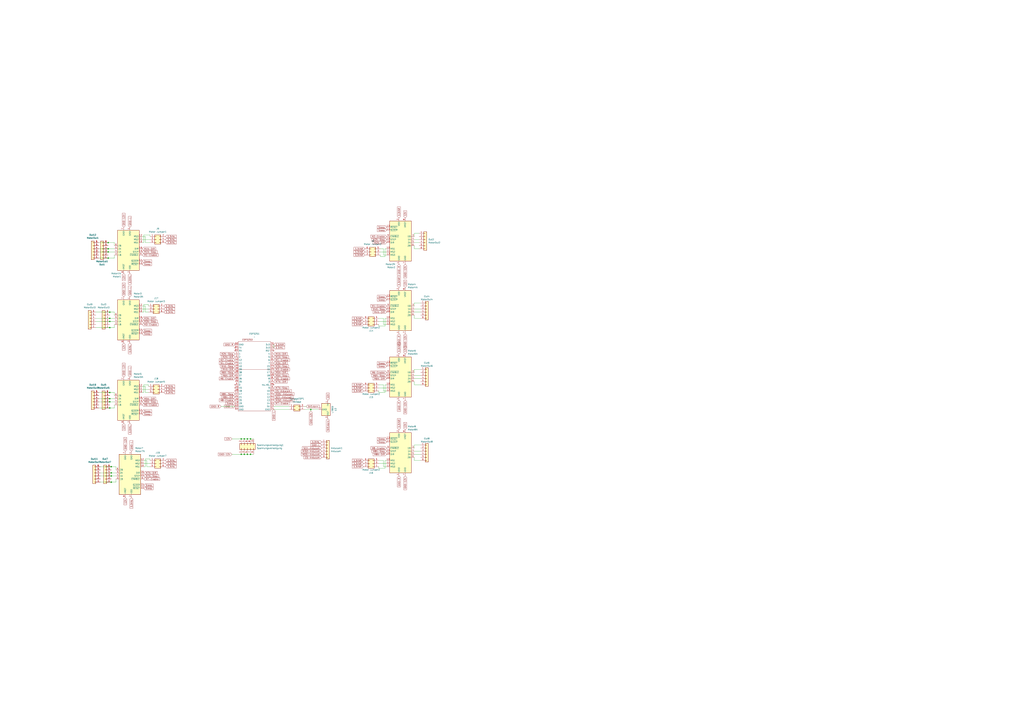
<source format=kicad_sch>
(kicad_sch (version 20231120) (generator "eeschema") (generator_version "8.0")
  (paper "A1")
  (lib_symbols
    (symbol "Connector_Generic:Conn_01x06" (pin_names (offset 1.016) hide)
      (property "Reference" "J" (at 0 7.62 0))
      (property "Value" "Conn_01x06" (at 0 -10.16 0))
      (symbol "Conn_01x06_1_1"
        (rectangle (start -1.27 -7.493) (end 0 -7.747) (stroke (width 0.1524)))
        (rectangle (start -1.27 -4.953) (end 0 -5.207) (stroke (width 0.1524)))
        (rectangle (start -1.27 -2.413) (end 0 -2.667) (stroke (width 0.1524)))
        (rectangle (start -1.27 0.127) (end 0 -0.127) (stroke (width 0.1524)))
        (rectangle (start -1.27 2.667) (end 0 2.413) (stroke (width 0.1524)))
        (rectangle (start -1.27 5.207) (end 0 4.953) (stroke (width 0.1524)))
        (rectangle (start -1.27 6.35) (end 1.27 -8.89) (stroke (width 0.254)) (fill (type background)))
        (pin passive line (at -5.08 5.08 0) (length 3.81) (name "Pin_1") (number "1"))
        (pin passive line (at -5.08 2.54 0) (length 3.81) (name "Pin_2") (number "2"))
        (pin passive line (at -5.08 0 0) (length 3.81) (name "Pin_3") (number "3"))
        (pin passive line (at -5.08 -2.54 0) (length 3.81) (name "Pin_4") (number "4"))
        (pin passive line (at -5.08 -5.08 0) (length 3.81) (name "Pin_5") (number "5"))
        (pin passive line (at -5.08 -7.62 0) (length 3.81) (name "Pin_6") (number "6"))
      )
    )
    (symbol "Connector_Generic:Conn_02x02_Top_Bottom" (pin_names (offset 1.016) hide)
      (property "Reference" "J" (at 1.27 2.54 0))
      (property "Value" "Conn_02x02_Top_Bottom" (at 1.27 -5.08 0))
      (symbol "Conn_02x02_Top_Bottom_1_1"
        (rectangle (start -1.27 -2.413) (end 0 -2.667) (stroke (width 0.1524)))
        (rectangle (start -1.27 0.127) (end 0 -0.127) (stroke (width 0.1524)))
        (rectangle (start -1.27 1.27) (end 3.81 -3.81) (stroke (width 0.254)) (fill (type background)))
        (rectangle (start 3.81 -2.413) (end 2.54 -2.667) (stroke (width 0.1524)))
        (rectangle (start 3.81 0.127) (end 2.54 -0.127) (stroke (width 0.1524)))
        (pin passive line (at -5.08 0 0) (length 3.81) (name "Pin_1") (number "1"))
        (pin passive line (at -5.08 -2.54 0) (length 3.81) (name "Pin_2") (number "2"))
        (pin passive line (at 7.62 0 180) (length 3.81) (name "Pin_3") (number "3"))
        (pin passive line (at 7.62 -2.54 180) (length 3.81) (name "Pin_4") (number "4"))
      )
    )
    (symbol "Connector_Generic:Conn_02x03_Odd_Even" (pin_names (offset 1.016) hide)
      (property "Reference" "J" (at 1.27 5.08 0))
      (property "Value" "Conn_02x03_Odd_Even" (at 1.27 -5.08 0))
      (symbol "Conn_02x03_Odd_Even_1_1"
        (rectangle (start -1.27 -2.413) (end 0 -2.667) (stroke (width 0.1524)))
        (rectangle (start -1.27 0.127) (end 0 -0.127) (stroke (width 0.1524)))
        (rectangle (start -1.27 2.667) (end 0 2.413) (stroke (width 0.1524)))
        (rectangle (start -1.27 3.81) (end 3.81 -3.81) (stroke (width 0.254)) (fill (type background)))
        (rectangle (start 3.81 -2.413) (end 2.54 -2.667) (stroke (width 0.1524)))
        (rectangle (start 3.81 0.127) (end 2.54 -0.127) (stroke (width 0.1524)))
        (rectangle (start 3.81 2.667) (end 2.54 2.413) (stroke (width 0.1524)))
        (pin passive line (at -5.08 2.54 0) (length 3.81) (name "Pin_1") (number "1"))
        (pin passive line (at 7.62 2.54 180) (length 3.81) (name "Pin_2") (number "2"))
        (pin passive line (at -5.08 0 0) (length 3.81) (name "Pin_3") (number "3"))
        (pin passive line (at 7.62 0 180) (length 3.81) (name "Pin_4") (number "4"))
        (pin passive line (at -5.08 -2.54 0) (length 3.81) (name "Pin_5") (number "5"))
        (pin passive line (at 7.62 -2.54 180) (length 3.81) (name "Pin_6") (number "6"))
      )
    )
    (symbol "Connector_Generic:Conn_02x05_Odd_Even" (pin_names (offset 1.016) hide)
      (property "Reference" "J" (at 1.27 7.62 0))
      (property "Value" "Conn_02x05_Odd_Even" (at 1.27 -7.62 0))
      (symbol "Conn_02x05_Odd_Even_1_1"
        (rectangle (start -1.27 -4.953) (end 0 -5.207) (stroke (width 0.1524)))
        (rectangle (start -1.27 -2.413) (end 0 -2.667) (stroke (width 0.1524)))
        (rectangle (start -1.27 0.127) (end 0 -0.127) (stroke (width 0.1524)))
        (rectangle (start -1.27 2.667) (end 0 2.413) (stroke (width 0.1524)))
        (rectangle (start -1.27 5.207) (end 0 4.953) (stroke (width 0.1524)))
        (rectangle (start -1.27 6.35) (end 3.81 -6.35) (stroke (width 0.254)) (fill (type background)))
        (rectangle (start 3.81 -4.953) (end 2.54 -5.207) (stroke (width 0.1524)))
        (rectangle (start 3.81 -2.413) (end 2.54 -2.667) (stroke (width 0.1524)))
        (rectangle (start 3.81 0.127) (end 2.54 -0.127) (stroke (width 0.1524)))
        (rectangle (start 3.81 2.667) (end 2.54 2.413) (stroke (width 0.1524)))
        (rectangle (start 3.81 5.207) (end 2.54 4.953) (stroke (width 0.1524)))
        (pin passive line (at -5.08 5.08 0) (length 3.81) (name "Pin_1") (number "1"))
        (pin passive line (at 7.62 -5.08 180) (length 3.81) (name "Pin_10") (number "10"))
        (pin passive line (at 7.62 5.08 180) (length 3.81) (name "Pin_2") (number "2"))
        (pin passive line (at -5.08 2.54 0) (length 3.81) (name "Pin_3") (number "3"))
        (pin passive line (at 7.62 2.54 180) (length 3.81) (name "Pin_4") (number "4"))
        (pin passive line (at -5.08 0 0) (length 3.81) (name "Pin_5") (number "5"))
        (pin passive line (at 7.62 0 180) (length 3.81) (name "Pin_6") (number "6"))
        (pin passive line (at -5.08 -2.54 0) (length 3.81) (name "Pin_7") (number "7"))
        (pin passive line (at 7.62 -2.54 180) (length 3.81) (name "Pin_8") (number "8"))
        (pin passive line (at -5.08 -5.08 0) (length 3.81) (name "Pin_9") (number "9"))
      )
    )
    (symbol "Driver_Motor:Pololu_Breakout_A4988"
      (property "Reference" "A" (at -2.54 19.05 0))
      (property "Value" "Pololu_Breakout_A4988" (at -2.54 16.51 0))
      (symbol "Pololu_Breakout_A4988_0_1"
        (rectangle (start 10.16 -17.78) (end -7.62 15.24) (stroke (width 0.254)) (fill (type background)))
      )
      (symbol "Pololu_Breakout_A4988_1_1"
        (pin power_in line (at 0 -20.32 90) (length 2.54) (name "GND") (number "1"))
        (pin input line (at -10.16 -7.62 0) (length 2.54) (name "MS1") (number "10"))
        (pin input line (at -10.16 -10.16 0) (length 2.54) (name "MS2") (number "11"))
        (pin input line (at -10.16 -12.7 0) (length 2.54) (name "MS3") (number "12"))
        (pin input line (at -10.16 10.16 0) (length 2.54) (name "~{RESET}") (number "13"))
        (pin input line (at -10.16 7.62 0) (length 2.54) (name "~{SLEEP}") (number "14"))
        (pin input line (at -10.16 0 0) (length 2.54) (name "STEP") (number "15"))
        (pin input line (at -10.16 -2.54 0) (length 2.54) (name "DIR") (number "16"))
        (pin power_in line (at 0 17.78 270) (length 2.54) (name "VDD") (number "2"))
        (pin output line (at 12.7 2.54 180) (length 2.54) (name "1B") (number "3"))
        (pin output line (at 12.7 0 180) (length 2.54) (name "1A") (number "4"))
        (pin output line (at 12.7 -2.54 180) (length 2.54) (name "2A") (number "5"))
        (pin output line (at 12.7 -5.08 180) (length 2.54) (name "2B") (number "6"))
        (pin power_in line (at 5.08 -20.32 90) (length 2.54) (name "GND") (number "7"))
        (pin power_in line (at 5.08 17.78 270) (length 2.54) (name "VMOT") (number "8"))
        (pin input line (at -10.16 2.54 0) (length 2.54) (name "~{ENABLE}") (number "9"))
      )
    )
    (symbol "Regulator_Linear:L7805" (pin_names (offset 0.254))
      (property "Reference" "U" (at -3.81 3.175 0))
      (property "Value" "L7805" (at 0 3.175 0))
      (symbol "L7805_0_1"
        (rectangle (start -5.08 1.905) (end 5.08 -5.08) (stroke (width 0.254)) (fill (type background)))
      )
      (symbol "L7805_1_1"
        (pin power_in line (at -7.62 0 0) (length 2.54) (name "IN") (number "1"))
        (pin power_in line (at 0 -7.62 90) (length 2.54) (name "GND") (number "2"))
        (pin power_out line (at 7.62 0 180) (length 2.54) (name "OUT") (number "3"))
      )
    )
    (symbol "Robert:ESP32s3DevKitc-1.1"
      (property "Reference" "ESP32S3" (at 0 0 0))
      (symbol "ESP32s3DevKitc-1.1_0_1"
        (rectangle (start -13.97 20.32) (end 12.7 -36.83))
        (polyline (pts (xy 12.7 -2.54) (xy -13.97 -2.54)))
      )
      (symbol "ESP32s3DevKitc-1.1_1_1"
        (text "ESP32S3\n" (at -6.35 21.844 0) (effects (font (size 1.27 1.27))))
        (pin no_connect line (at -16.51 -15.24 0) (length 2.54) (name "0") (number "0"))
        (pin output line (at -16.51 10.16 0) (length 2.54) (name "1") (number "1"))
        (pin output line (at 15.24 -20.32 180) (length 2.54) (name "10") (number "10"))
        (pin output line (at 15.24 -22.86 180) (length 2.54) (name "11") (number "11"))
        (pin output line (at 15.24 -25.4 180) (length 2.54) (name "12") (number "12"))
        (pin output line (at 15.24 -27.94 180) (length 2.54) (name "13") (number "13"))
        (pin output line (at 15.24 -30.48 180) (length 2.54) (name "14") (number "14"))
        (pin output line (at 15.24 0 180) (length 2.54) (name "15") (number "15"))
        (pin output line (at 15.24 -2.54 180) (length 2.54) (name "16") (number "16"))
        (pin output line (at 15.24 -5.08 180) (length 2.54) (name "17") (number "17"))
        (pin output line (at 15.24 -7.62 180) (length 2.54) (name "18") (number "18"))
        (pin output line (at -16.51 -30.48 0) (length 2.54) (name "19") (number "19"))
        (pin output line (at -16.51 7.62 0) (length 2.54) (name "2") (number "2"))
        (pin output line (at -16.51 -27.94 0) (length 2.54) (name "20") (number "20"))
        (pin output line (at -16.51 -25.4 0) (length 2.54) (name "21") (number "21"))
        (pin output line (at 15.24 -12.7 180) (length 2.54) (name "3") (number "3"))
        (pin output line (at -16.51 -12.7 0) (length 2.54) (name "35") (number "35"))
        (pin output line (at -16.51 -10.16 0) (length 2.54) (name "36") (number "36"))
        (pin output line (at -16.51 -7.62 0) (length 2.54) (name "37") (number "37"))
        (pin output line (at -16.51 -5.08 0) (length 2.54) (name "38") (number "38"))
        (pin output line (at -16.51 -2.54 0) (length 2.54) (name "39") (number "39"))
        (pin output line (at 15.24 10.16 180) (length 2.54) (name "4") (number "4"))
        (pin output line (at -16.51 0 0) (length 2.54) (name "40") (number "40"))
        (pin output line (at -16.51 2.54 0) (length 2.54) (name "41") (number "41"))
        (pin output line (at -16.51 5.08 0) (length 2.54) (name "42") (number "42"))
        (pin no_connect line (at -16.51 -17.78 0) (length 2.54) (name "45") (number "45"))
        (pin no_connect line (at 15.24 -15.24 180) (length 2.54) (name "no_46_") (number "46"))
        (pin output line (at -16.51 -22.86 0) (length 2.54) (name "47") (number "47"))
        (pin no_connect line (at -16.51 -20.32 0) (length 2.54) (name "48") (number "48"))
        (pin output line (at 15.24 7.62 180) (length 2.54) (name "5") (number "5"))
        (pin output line (at 15.24 5.08 180) (length 2.54) (name "6") (number "6"))
        (pin output line (at -16.51 17.78 0) (length 2.54) (name "GND") (number "60"))
        (pin no_connect line (at -16.51 15.24 0) (length 2.54) (name "TX") (number "61"))
        (pin no_connect line (at -16.51 12.7 0) (length 2.54) (name "RX") (number "62"))
        (pin output line (at -16.51 -33.02 0) (length 2.54) (name "GND") (number "63"))
        (pin output line (at -16.51 -35.56 0) (length 2.54) (name "GND") (number "64"))
        (pin output line (at 15.24 2.54 180) (length 2.54) (name "7") (number "7"))
        (pin output line (at 15.24 17.78 180) (length 2.54) (name "3v3") (number "70"))
        (pin output line (at 15.24 15.24 180) (length 2.54) (name "3v3") (number "71"))
        (pin no_connect line (at 15.24 12.7 180) (length 2.54) (name "RST") (number "72"))
        (pin power_in line (at 15.24 -33.02 180) (length 2.54) (name "5V") (number "73"))
        (pin output line (at 15.24 -35.56 180) (length 2.54) (name "GND") (number "74"))
        (pin output line (at 15.24 -10.16 180) (length 2.54) (name "8") (number "8"))
        (pin output line (at 15.24 -17.78 180) (length 2.54) (name "9") (number "9"))
      )
    )
  )
  (junction (at 90.17 335.28))
  (junction (at 90.17 264.16))
  (junction (at 90.17 269.24))
  (junction (at 90.17 322.58))
  (junction (at 255.27 336.55))
  (junction (at 198.12 360.68))
  (junction (at 198.12 373.38))
  (junction (at 90.17 327.66))
  (junction (at 91.44 383.54))
  (junction (at 88.9 212.09))
  (junction (at 205.74 373.38))
  (junction (at 200.66 373.38))
  (junction (at 205.74 360.68))
  (junction (at 90.17 330.2))
  (junction (at 91.44 396.24))
  (junction (at 200.66 360.68))
  (junction (at 203.2 360.68))
  (junction (at 90.17 261.62))
  (junction (at 203.2 373.38))
  (junction (at 88.9 207.01))
  (junction (at 91.44 391.16))
  (junction (at 90.17 256.54))
  (junction (at 88.9 204.47))
  (junction (at 91.44 388.62))
  (junction (at 88.9 199.39))
  (wire (pts (xy 119.38 256.54) (xy 121.92 256.54)))
  (wire (pts (xy 203.2 360.68) (xy 205.74 360.68)))
  (wire (pts (xy 120.65 383.54) (xy 123.19 383.54)))
  (wire (pts (xy 116.84 256.54) (xy 118.11 256.54)))
  (wire (pts (xy 200.66 373.38) (xy 203.2 373.38)))
  (wire (pts (xy 317.5 266.7) (xy 314.96 266.7)))
  (wire (pts (xy 118.11 383.54) (xy 119.38 383.54)))
  (wire (pts (xy 190.5 373.38) (xy 198.12 373.38)))
  (wire (pts (xy 93.98 325.12) (xy 93.98 322.58)))
  (wire (pts (xy 93.98 266.7) (xy 93.98 269.24)))
  (wire (pts (xy 344.17 191.77) (xy 340.36 191.77)))
  (wire (pts (xy 340.36 194.31) (xy 340.36 191.77)))
  (wire (pts (xy 81.28 212.09) (xy 88.9 212.09)))
  (wire (pts (xy 340.36 378.46) (xy 345.44 378.46)))
  (wire (pts (xy 344.17 196.85) (xy 340.36 196.85)))
  (wire (pts (xy 95.25 386.08) (xy 95.25 383.54)))
  (wire (pts (xy 121.92 250.19) (xy 121.92 251.46)))
  (wire (pts (xy 90.17 335.28) (xy 93.98 335.28)))
  (wire (pts (xy 198.12 373.38) (xy 200.66 373.38)))
  (wire (pts (xy 118.11 193.04) (xy 123.19 193.04)))
  (wire (pts (xy 340.36 201.93) (xy 340.36 204.47)))
  (wire (pts (xy 91.44 388.62) (xy 95.25 388.62)))
  (wire (pts (xy 90.17 256.54) (xy 93.98 256.54)))
  (wire (pts (xy 340.36 365.76) (xy 345.44 365.76)))
  (wire (pts (xy 340.36 375.92) (xy 340.36 378.46)))
  (wire (pts (xy 78.74 261.62) (xy 90.17 261.62)))
  (wire (pts (xy 93.98 212.09) (xy 88.9 212.09)))
  (wire (pts (xy 205.74 373.38) (xy 208.28 373.38)))
  (wire (pts (xy 90.17 322.58) (xy 93.98 322.58)))
  (wire (pts (xy 344.17 199.39) (xy 340.36 199.39)))
  (wire (pts (xy 316.23 316.23) (xy 316.23 322.58)))
  (wire (pts (xy 317.5 383.54) (xy 314.96 383.54)))
  (wire (pts (xy 118.11 381) (xy 123.19 381)))
  (wire (pts (xy 82.55 383.54) (xy 91.44 383.54)))
  (wire (pts (xy 121.92 316.23) (xy 121.92 317.5)))
  (wire (pts (xy 340.36 308.61) (xy 345.44 308.61)))
  (wire (pts (xy 90.17 327.66) (xy 93.98 327.66)))
  (wire (pts (xy 311.15 318.77) (xy 317.5 318.77)))
  (wire (pts (xy 314.96 261.62) (xy 311.15 261.62)))
  (wire (pts (xy 119.38 199.39) (xy 123.19 199.39)))
  (wire (pts (xy 116.84 254) (xy 121.92 254)))
  (wire (pts (xy 93.98 259.08) (xy 93.98 256.54)))
  (wire (pts (xy 314.96 316.23) (xy 311.15 316.23)))
  (wire (pts (xy 123.19 194.31) (xy 123.19 193.04)))
  (wire (pts (xy 81.28 199.39) (xy 88.9 199.39)))
  (wire (pts (xy 316.23 204.47) (xy 316.23 210.82)))
  (wire (pts (xy 95.25 393.7) (xy 95.25 396.24)))
  (wire (pts (xy 91.44 383.54) (xy 95.25 383.54)))
  (wire (pts (xy 203.2 373.38) (xy 205.74 373.38)))
  (wire (pts (xy 78.74 256.54) (xy 90.17 256.54)))
  (wire (pts (xy 340.36 370.84) (xy 345.44 370.84)))
  (wire (pts (xy 93.98 201.93) (xy 93.98 199.39)))
  (wire (pts (xy 91.44 396.24) (xy 95.25 396.24)))
  (wire (pts (xy 340.36 248.92) (xy 345.44 248.92)))
  (wire (pts (xy 81.28 327.66) (xy 90.17 327.66)))
  (wire (pts (xy 340.36 368.3) (xy 340.36 365.76)))
  (wire (pts (xy 116.84 322.58) (xy 118.11 322.58)))
  (wire (pts (xy 81.28 204.47) (xy 88.9 204.47)))
  (wire (pts (xy 317.5 378.46) (xy 316.23 378.46)))
  (wire (pts (xy 316.23 261.62) (xy 316.23 267.97)))
  (wire (pts (xy 314.96 209.55) (xy 314.96 204.47)))
  (wire (pts (xy 340.36 261.62) (xy 345.44 261.62)))
  (wire (pts (xy 314.96 204.47) (xy 312.42 204.47)))
  (wire (pts (xy 93.98 199.39) (xy 88.9 199.39)))
  (wire (pts (xy 118.11 256.54) (xy 118.11 250.19)))
  (wire (pts (xy 317.5 321.31) (xy 314.96 321.31)))
  (wire (pts (xy 224.79 334.01) (xy 237.49 334.01)))
  (wire (pts (xy 93.98 204.47) (xy 88.9 204.47)))
  (wire (pts (xy 82.55 388.62) (xy 91.44 388.62)))
  (wire (pts (xy 116.84 317.5) (xy 119.38 317.5)))
  (wire (pts (xy 340.36 254) (xy 345.44 254)))
  (wire (pts (xy 316.23 322.58) (xy 311.15 322.58)))
  (wire (pts (xy 317.5 316.23) (xy 316.23 316.23)))
  (wire (pts (xy 224.79 336.55) (xy 237.49 336.55)))
  (wire (pts (xy 81.28 322.58) (xy 90.17 322.58)))
  (wire (pts (xy 314.96 378.46) (xy 311.15 378.46)))
  (wire (pts (xy 181.61 334.01) (xy 193.04 334.01)))
  (wire (pts (xy 118.11 250.19) (xy 121.92 250.19)))
  (wire (pts (xy 90.17 264.16) (xy 93.98 264.16)))
  (wire (pts (xy 311.15 381) (xy 317.5 381)))
  (wire (pts (xy 340.36 373.38) (xy 345.44 373.38)))
  (wire (pts (xy 116.84 251.46) (xy 119.38 251.46)))
  (wire (pts (xy 91.44 391.16) (xy 95.25 391.16)))
  (wire (pts (xy 205.74 360.68) (xy 208.28 360.68)))
  (wire (pts (xy 116.84 199.39) (xy 118.11 199.39)))
  (wire (pts (xy 93.98 207.01) (xy 88.9 207.01)))
  (wire (pts (xy 340.36 256.54) (xy 345.44 256.54)))
  (wire (pts (xy 119.38 194.31) (xy 119.38 199.39)))
  (wire (pts (xy 198.12 360.68) (xy 200.66 360.68)))
  (wire (pts (xy 340.36 316.23) (xy 345.44 316.23)))
  (wire (pts (xy 119.38 377.19) (xy 123.19 377.19)))
  (wire (pts (xy 78.74 269.24) (xy 90.17 269.24)))
  (wire (pts (xy 123.19 196.85) (xy 116.84 196.85)))
  (wire (pts (xy 317.5 209.55) (xy 314.96 209.55)))
  (wire (pts (xy 118.11 378.46) (xy 120.65 378.46)))
  (wire (pts (xy 340.36 259.08) (xy 340.36 261.62)))
  (wire (pts (xy 93.98 332.74) (xy 93.98 335.28)))
  (wire (pts (xy 118.11 322.58) (xy 118.11 316.23)))
  (wire (pts (xy 344.17 204.47) (xy 340.36 204.47)))
  (wire (pts (xy 90.17 261.62) (xy 93.98 261.62)))
  (wire (pts (xy 118.11 199.39) (xy 118.11 193.04)))
  (wire (pts (xy 82.55 391.16) (xy 91.44 391.16)))
  (wire (pts (xy 311.15 266.7) (xy 311.15 267.97)))
  (wire (pts (xy 90.17 330.2) (xy 93.98 330.2)))
  (wire (pts (xy 316.23 210.82) (xy 312.42 210.82)))
  (wire (pts (xy 119.38 383.54) (xy 119.38 377.19)))
  (wire (pts (xy 81.28 207.01) (xy 88.9 207.01)))
  (wire (pts (xy 255.27 336.55) (xy 255.27 337.82)))
  (wire (pts (xy 116.84 320.04) (xy 121.92 320.04)))
  (wire (pts (xy 118.11 316.23) (xy 121.92 316.23)))
  (wire (pts (xy 340.36 303.53) (xy 345.44 303.53)))
  (wire (pts (xy 81.28 335.28) (xy 90.17 335.28)))
  (wire (pts (xy 116.84 194.31) (xy 119.38 194.31)))
  (wire (pts (xy 200.66 360.68) (xy 203.2 360.68)))
  (wire (pts (xy 340.36 311.15) (xy 345.44 311.15)))
  (wire (pts (xy 317.5 204.47) (xy 316.23 204.47)))
  (wire (pts (xy 311.15 264.16) (xy 317.5 264.16)))
  (wire (pts (xy 340.36 306.07) (xy 340.36 303.53)))
  (wire (pts (xy 90.17 269.24) (xy 93.98 269.24)))
  (wire (pts (xy 317.5 261.62) (xy 316.23 261.62)))
  (wire (pts (xy 119.38 251.46) (xy 119.38 256.54)))
  (wire (pts (xy 312.42 210.82) (xy 312.42 209.55)))
  (wire (pts (xy 190.5 360.68) (xy 198.12 360.68)))
  (wire (pts (xy 316.23 378.46) (xy 316.23 384.81)))
  (wire (pts (xy 311.15 383.54) (xy 311.15 384.81)))
  (wire (pts (xy 311.15 321.31) (xy 311.15 322.58)))
  (wire (pts (xy 340.36 313.69) (xy 340.36 316.23)))
  (wire (pts (xy 317.5 207.01) (xy 312.42 207.01)))
  (wire (pts (xy 255.27 336.55) (xy 261.62 336.55)))
  (wire (pts (xy 81.28 330.2) (xy 90.17 330.2)))
  (wire (pts (xy 120.65 378.46) (xy 120.65 383.54)))
  (wire (pts (xy 123.19 377.19) (xy 123.19 378.46)))
  (wire (pts (xy 340.36 251.46) (xy 340.36 248.92)))
  (wire (pts (xy 78.74 264.16) (xy 90.17 264.16)))
  (wire (pts (xy 119.38 317.5) (xy 119.38 322.58)))
  (wire (pts (xy 316.23 384.81) (xy 311.15 384.81)))
  (wire (pts (xy 119.38 322.58) (xy 121.92 322.58)))
  (wire (pts (xy 316.23 267.97) (xy 311.15 267.97)))
  (wire (pts (xy 82.55 396.24) (xy 91.44 396.24)))
  (wire (pts (xy 224.79 283.21) (xy 224.79 285.75)))
  (wire (pts (xy 93.98 209.55) (xy 93.98 212.09)))
  (wire (pts (xy 314.96 383.54) (xy 314.96 378.46)))
  (wire (pts (xy 251.46 334.01) (xy 250.19 334.01)))
  (wire (pts (xy 250.19 336.55) (xy 255.27 336.55)))
  (wire (pts (xy 314.96 321.31) (xy 314.96 316.23)))
  (wire (pts (xy 314.96 266.7) (xy 314.96 261.62)))
  (global_label "M2-Enable" (shape input) (at 193.04 295.91 180) (property "Intersheetrefs" "${INTERSHEET_REFS}" (effects (hide yes))))
  (global_label "3,3VNR" (shape input) (at 298.45 378.46 180) (property "Intersheetrefs" "${INTERSHEET_REFS}" (effects (hide yes))))
  (global_label "M3N-DIR" (shape input) (at 224.79 298.45 0) (property "Intersheetrefs" "${INTERSHEET_REFS}" (effects (hide yes))))
  (global_label "MOSI-Arducam" (shape input) (at 264.16 373.38 180) (property "Intersheetrefs" "${INTERSHEET_REFS}" (effects (hide yes))))
  (global_label "M4N-DIR" (shape input) (at 317.5 256.54 180) (property "Intersheetrefs" "${INTERSHEET_REFS}" (effects (hide yes))))
  (global_label "Sleep" (shape input) (at 317.5 189.23 180) (property "Intersheetrefs" "${INTERSHEET_REFS}" (effects (hide yes))))
  (global_label "Sleep" (shape input) (at 317.5 246.38 180) (property "Intersheetrefs" "${INTERSHEET_REFS}" (effects (hide yes))))
  (global_label "GND-12V" (shape input) (at 332.74 328.93 270) (property "Intersheetrefs" "${INTERSHEET_REFS}" (effects (hide yes))))
  (global_label "GND-L" (shape input) (at 224.79 336.55 270) (property "Intersheetrefs" "${INTERSHEET_REFS}" (effects (hide yes))))
  (global_label "M5N-DIR" (shape input) (at 224.79 306.07 0) (property "Intersheetrefs" "${INTERSHEET_REFS}" (effects (hide yes))))
  (global_label "MOSI-Arducam" (shape input) (at 224.79 323.85 0) (property "Intersheetrefs" "${INTERSHEET_REFS}" (effects (hide yes))))
  (global_label "M1-Enable" (shape input) (at 224.79 295.91 0) (property "Intersheetrefs" "${INTERSHEET_REFS}" (effects (hide yes))))
  (global_label "3,3VNR" (shape input) (at 298.45 383.54 180) (property "Intersheetrefs" "${INTERSHEET_REFS}" (effects (hide yes))))
  (global_label "3,3VNL" (shape input) (at 135.89 383.54 0) (property "Intersheetrefs" "${INTERSHEET_REFS}" (effects (hide yes))))
  (global_label "M5N-DIR" (shape input) (at 116.84 327.66 0) (property "Intersheetrefs" "${INTERSHEET_REFS}" (effects (hide yes))))
  (global_label "GND-R" (shape input) (at 327.66 328.93 270) (property "Intersheetrefs" "${INTERSHEET_REFS}" (effects (hide yes))))
  (global_label "3,3VNR" (shape input) (at 327.66 179.07 90) (property "Intersheetrefs" "${INTERSHEET_REFS}" (effects (hide yes))))
  (global_label "3,3VNL" (shape input) (at 264.16 363.22 180) (property "Intersheetrefs" "${INTERSHEET_REFS}" (effects (hide yes))))
  (global_label "12V" (shape input) (at 102.87 408.94 270) (property "Intersheetrefs" "${INTERSHEET_REFS}" (effects (hide yes))))
  (global_label "GND-L" (shape input) (at 107.95 370.84 90) (property "Intersheetrefs" "${INTERSHEET_REFS}" (effects (hide yes))))
  (global_label "M8N-Step" (shape input) (at 317.5 370.84 180) (property "Intersheetrefs" "${INTERSHEET_REFS}" (effects (hide yes))))
  (global_label "12V" (shape input) (at 101.6 347.98 270) (property "Intersheetrefs" "${INTERSHEET_REFS}" (effects (hide yes))))
  (global_label "M6N-Step" (shape input) (at 193.04 306.07 180) (property "Intersheetrefs" "${INTERSHEET_REFS}" (effects (hide yes))))
  (global_label "SCK-Arducam" (shape input) (at 224.79 326.39 0) (property "Intersheetrefs" "${INTERSHEET_REFS}" (effects (hide yes))))
  (global_label "CS-Arducam" (shape input) (at 224.79 321.31 0) (property "Intersheetrefs" "${INTERSHEET_REFS}" (effects (hide yes))))
  (global_label "M6N-Step" (shape input) (at 317.5 308.61 180) (property "Intersheetrefs" "${INTERSHEET_REFS}" (effects (hide yes))))
  (global_label "M3-Enable" (shape input) (at 224.79 303.53 0) (property "Intersheetrefs" "${INTERSHEET_REFS}" (effects (hide yes))))
  (global_label "M7N-Step" (shape input) (at 118.11 391.16 0) (property "Intersheetrefs" "${INTERSHEET_REFS}" (effects (hide yes))))
  (global_label "M7N-DIR" (shape input) (at 118.11 388.62 0) (property "Intersheetrefs" "${INTERSHEET_REFS}" (effects (hide yes))))
  (global_label "GND-12V" (shape input) (at 332.74 274.32 270) (property "Intersheetrefs" "${INTERSHEET_REFS}" (effects (hide yes))))
  (global_label "12V" (shape input) (at 101.6 281.94 270) (property "Intersheetrefs" "${INTERSHEET_REFS}" (effects (hide yes))))
  (global_label "GND-R" (shape input) (at 327.66 274.32 270) (property "Intersheetrefs" "${INTERSHEET_REFS}" (effects (hide yes))))
  (global_label "M6N-DIR" (shape input) (at 193.04 308.61 180) (property "Intersheetrefs" "${INTERSHEET_REFS}" (effects (hide yes))))
  (global_label "Sleep" (shape input) (at 317.5 298.45 180) (property "Intersheetrefs" "${INTERSHEET_REFS}" (effects (hide yes))))
  (global_label "M3-Enable" (shape input) (at 116.84 266.7 0) (property "Intersheetrefs" "${INTERSHEET_REFS}" (effects (hide yes))))
  (global_label "GND-R" (shape input) (at 327.66 391.16 270) (property "Intersheetrefs" "${INTERSHEET_REFS}" (effects (hide yes))))
  (global_label "Sleep" (shape input) (at 317.5 186.69 180) (property "Intersheetrefs" "${INTERSHEET_REFS}" (effects (hide yes))))
  (global_label "M1N-Step" (shape input) (at 224.79 293.37 0) (property "Intersheetrefs" "${INTERSHEET_REFS}" (effects (hide yes))))
  (global_label "M3N-Step" (shape input) (at 224.79 300.99 0) (property "Intersheetrefs" "${INTERSHEET_REFS}" (effects (hide yes))))
  (global_label "12V" (shape input) (at 332.74 236.22 90) (property "Intersheetrefs" "${INTERSHEET_REFS}" (effects (hide yes))))
  (global_label "M7N-Step" (shape input) (at 224.79 318.77 0) (property "Intersheetrefs" "${INTERSHEET_REFS}" (effects (hide yes))))
  (global_label "M4-Enable" (shape input) (at 193.04 298.45 180) (property "Intersheetrefs" "${INTERSHEET_REFS}" (effects (hide yes))))
  (global_label "M1N-DIR" (shape input) (at 116.84 204.47 0) (property "Intersheetrefs" "${INTERSHEET_REFS}" (effects (hide yes))))
  (global_label "M2N-DIR" (shape input) (at 193.04 293.37 180) (property "Intersheetrefs" "${INTERSHEET_REFS}" (effects (hide yes))))
  (global_label "GND-12V" (shape input) (at 101.6 243.84 90) (property "Intersheetrefs" "${INTERSHEET_REFS}" (effects (hide yes))))
  (global_label "M8N-Step" (shape input) (at 193.04 323.85 180) (property "Intersheetrefs" "${INTERSHEET_REFS}" (effects (hide yes))))
  (global_label "3,3VNR" (shape input) (at 299.72 204.47 180) (property "Intersheetrefs" "${INTERSHEET_REFS}" (effects (hide yes))))
  (global_label "Sleep" (shape input) (at 317.5 243.84 180) (property "Intersheetrefs" "${INTERSHEET_REFS}" (effects (hide yes))))
  (global_label "3,3VNR" (shape input) (at 299.72 209.55 180) (property "Intersheetrefs" "${INTERSHEET_REFS}" (effects (hide yes))))
  (global_label "3,3VNL" (shape input) (at 106.68 281.94 270) (property "Intersheetrefs" "${INTERSHEET_REFS}" (effects (hide yes))))
  (global_label "Sleep" (shape input) (at 116.84 271.78 0) (property "Intersheetrefs" "${INTERSHEET_REFS}" (effects (hide yes))))
  (global_label "3,3VNL" (shape input) (at 134.62 322.58 0) (property "Intersheetrefs" "${INTERSHEET_REFS}" (effects (hide yes))))
  (global_label "GND-12V" (shape input) (at 255.27 337.82 270) (property "Intersheetrefs" "${INTERSHEET_REFS}" (effects (hide yes))))
  (global_label "3,3VNL" (shape input) (at 135.89 194.31 0) (property "Intersheetrefs" "${INTERSHEET_REFS}" (effects (hide yes))))
  (global_label "M4N-Step" (shape input) (at 193.04 300.99 180) (property "Intersheetrefs" "${INTERSHEET_REFS}" (effects (hide yes))))
  (global_label "12V" (shape input) (at 332.74 179.07 90) (property "Intersheetrefs" "${INTERSHEET_REFS}" (effects (hide yes))))
  (global_label "MISO-Arducam" (shape input) (at 264.16 370.84 180) (property "Intersheetrefs" "${INTERSHEET_REFS}" (effects (hide yes))))
  (global_label "M1N-DIR" (shape input) (at 224.79 290.83 0) (property "Intersheetrefs" "${INTERSHEET_REFS}" (effects (hide yes))))
  (global_label "M2N-Step" (shape input) (at 317.5 196.85 180) (property "Intersheetrefs" "${INTERSHEET_REFS}" (effects (hide yes))))
  (global_label "GND-L" (shape input) (at 106.68 309.88 90) (property "Intersheetrefs" "${INTERSHEET_REFS}" (effects (hide yes))))
  (global_label "Sleep" (shape input) (at 317.5 363.22 180) (property "Intersheetrefs" "${INTERSHEET_REFS}" (effects (hide yes))))
  (global_label "M4N-DIR" (shape input) (at 193.04 303.53 180) (property "Intersheetrefs" "${INTERSHEET_REFS}" (effects (hide yes))))
  (global_label "GND-12V" (shape input) (at 190.5 373.38 180) (property "Intersheetrefs" "${INTERSHEET_REFS}" (effects (hide yes))))
  (global_label "3,3VNR" (shape input) (at 298.45 266.7 180) (property "Intersheetrefs" "${INTERSHEET_REFS}" (effects (hide yes))))
  (global_label "M1-Enable" (shape input) (at 116.84 209.55 0) (property "Intersheetrefs" "${INTERSHEET_REFS}" (effects (hide yes))))
  (global_label "12V" (shape input) (at 332.74 353.06 90) (property "Intersheetrefs" "${INTERSHEET_REFS}" (effects (hide yes))))
  (global_label "GND-L" (shape input) (at 193.04 334.01 180) (property "Intersheetrefs" "${INTERSHEET_REFS}" (effects (hide yes))))
  (global_label "3,3VNR" (shape input) (at 298.45 318.77 180) (property "Intersheetrefs" "${INTERSHEET_REFS}" (effects (hide yes))))
  (global_label "Sleep" (shape input) (at 193.04 331.47 180) (property "Intersheetrefs" "${INTERSHEET_REFS}" (effects (hide yes))))
  (global_label "GND-L" (shape input) (at 106.68 186.69 90) (property "Intersheetrefs" "${INTERSHEET_REFS}" (effects (hide yes))))
  (global_label "M5-Enable" (shape input) (at 116.84 332.74 0) (property "Intersheetrefs" "${INTERSHEET_REFS}" (effects (hide yes))))
  (global_label "M8-Enable" (shape input) (at 317.5 368.3 180) (property "Intersheetrefs" "${INTERSHEET_REFS}" (effects (hide yes))))
  (global_label "Sleep" (shape input) (at 118.11 398.78 0) (property "Intersheetrefs" "${INTERSHEET_REFS}" (effects (hide yes))))
  (global_label "3,3VNL" (shape input) (at 135.89 199.39 0) (property "Intersheetrefs" "${INTERSHEET_REFS}" (effects (hide yes))))
  (global_label "3,3VNL" (shape input) (at 135.89 381 0) (property "Intersheetrefs" "${INTERSHEET_REFS}" (effects (hide yes))))
  (global_label "Sleep" (shape input) (at 116.84 214.63 0) (property "Intersheetrefs" "${INTERSHEET_REFS}" (effects (hide yes))))
  (global_label "M2-Enable" (shape input) (at 317.5 194.31 180) (property "Intersheetrefs" "${INTERSHEET_REFS}" (effects (hide yes))))
  (global_label "GND-12V" (shape input) (at 332.74 217.17 270) (property "Intersheetrefs" "${INTERSHEET_REFS}" (effects (hide yes))))
  (global_label "M8N-DIR" (shape input) (at 317.5 373.38 180) (property "Intersheetrefs" "${INTERSHEET_REFS}" (effects (hide yes))))
  (global_label "GND-R" (shape input) (at 327.66 217.17 270) (property "Intersheetrefs" "${INTERSHEET_REFS}" (effects (hide yes))))
  (global_label "M4N-Step" (shape input) (at 317.5 254 180) (property "Intersheetrefs" "${INTERSHEET_REFS}" (effects (hide yes))))
  (global_label "M5N-Step" (shape input) (at 116.84 330.2 0) (property "Intersheetrefs" "${INTERSHEET_REFS}" (effects (hide yes))))
  (global_label "M5N-Step" (shape input) (at 224.79 308.61 0) (property "Intersheetrefs" "${INTERSHEET_REFS}" (effects (hide yes))))
  (global_label "GND-L" (shape input) (at 264.16 365.76 180) (property "Intersheetrefs" "${INTERSHEET_REFS}" (effects (hide yes))))
  (global_label "3,3VNL" (shape input) (at 107.95 408.94 270) (property "Intersheetrefs" "${INTERSHEET_REFS}" (effects (hide yes))))
  (global_label "3,3VNR" (shape input) (at 298.45 316.23 180) (property "Intersheetrefs" "${INTERSHEET_REFS}" (effects (hide yes))))
  (global_label "Sleep" (shape input) (at 116.84 340.36 0) (property "Intersheetrefs" "${INTERSHEET_REFS}" (effects (hide yes))))
  (global_label "3,3VNL" (shape input) (at 135.89 378.46 0) (property "Intersheetrefs" "${INTERSHEET_REFS}" (effects (hide yes))))
  (global_label "3,3VNL" (shape input) (at 106.68 224.79 270) (property "Intersheetrefs" "${INTERSHEET_REFS}" (effects (hide yes))))
  (global_label "3,3VNL" (shape input) (at 135.89 196.85 0) (property "Intersheetrefs" "${INTERSHEET_REFS}" (effects (hide yes))))
  (global_label "3,3VNL" (shape input) (at 224.79 285.75 0) (property "Intersheetrefs" "${INTERSHEET_REFS}" (effects (hide yes))))
  (global_label "3,3VNR" (shape input) (at 298.45 381 180) (property "Intersheetrefs" "${INTERSHEET_REFS}" (effects (hide yes))))
  (global_label "3,3VNR" (shape input) (at 298.45 321.31 180) (property "Intersheetrefs" "${INTERSHEET_REFS}" (effects (hide yes))))
  (global_label "GND-12V" (shape input) (at 101.6 309.88 90) (property "Intersheetrefs" "${INTERSHEET_REFS}" (effects (hide yes))))
  (global_label "3,3VNR" (shape input) (at 298.45 261.62 180) (property "Intersheetrefs" "${INTERSHEET_REFS}" (effects (hide yes))))
  (global_label "GND-R" (shape input) (at 193.04 283.21 180) (property "Intersheetrefs" "${INTERSHEET_REFS}" (effects (hide yes))))
  (global_label "M6-Enable" (shape input) (at 317.5 306.07 180) (property "Intersheetrefs" "${INTERSHEET_REFS}" (effects (hide yes))))
  (global_label "Sleep" (shape input) (at 116.84 274.32 0) (property "Intersheetrefs" "${INTERSHEET_REFS}" (effects (hide yes))))
  (global_label "3,3VNL" (shape input) (at 134.62 317.5 0) (property "Intersheetrefs" "${INTERSHEET_REFS}" (effects (hide yes))))
  (global_label "5VExtern" (shape input) (at 269.24 344.17 270) (property "Intersheetrefs" "${INTERSHEET_REFS}" (effects (hide yes))))
  (global_label "3,3VNL" (shape input) (at 134.62 256.54 0) (property "Intersheetrefs" "${INTERSHEET_REFS}" (effects (hide yes))))
  (global_label "3,3VNR" (shape input) (at 327.66 290.83 90) (property "Intersheetrefs" "${INTERSHEET_REFS}" (effects (hide yes))))
  (global_label "3,3VNR" (shape input) (at 327.66 353.06 90) (property "Intersheetrefs" "${INTERSHEET_REFS}" (effects (hide yes))))
  (global_label "3,3VNL" (shape input) (at 134.62 251.46 0) (property "Intersheetrefs" "${INTERSHEET_REFS}" (effects (hide yes))))
  (global_label "GND-R" (shape input) (at 181.61 334.01 180) (property "Intersheetrefs" "${INTERSHEET_REFS}" (effects (hide yes))))
  (global_label "M1N-Step" (shape input) (at 116.84 207.01 0) (property "Intersheetrefs" "${INTERSHEET_REFS}" (effects (hide yes))))
  (global_label "M6N-DIR" (shape input) (at 317.5 311.15 180) (property "Intersheetrefs" "${INTERSHEET_REFS}" (effects (hide yes))))
  (global_label "3,3VNR" (shape input) (at 327.66 236.22 90) (property "Intersheetrefs" "${INTERSHEET_REFS}" (effects (hide yes))))
  (global_label "GND-12V" (shape input) (at 101.6 186.69 90) (property "Intersheetrefs" "${INTERSHEET_REFS}" (effects (hide yes))))
  (global_label "SCK-Arducam" (shape input) (at 264.16 368.3 180) (property "Intersheetrefs" "${INTERSHEET_REFS}" (effects (hide yes))))
  (global_label "Sleep" (shape input) (at 317.5 300.99 180) (property "Intersheetrefs" "${INTERSHEET_REFS}" (effects (hide yes))))
  (global_label "GND-12V" (shape input) (at 102.87 370.84 90) (property "Intersheetrefs" "${INTERSHEET_REFS}" (effects (hide yes))))
  (global_label "GND-12V" (shape input) (at 332.74 391.16 270) (property "Intersheetrefs" "${INTERSHEET_REFS}" (effects (hide yes))))
  (global_label "M7-Enable" (shape input) (at 118.11 393.7 0) (property "Intersheetrefs" "${INTERSHEET_REFS}" (effects (hide yes))))
  (global_label "3,3VNR" (shape input) (at 298.45 264.16 180) (property "Intersheetrefs" "${INTERSHEET_REFS}" (effects (hide yes))))
  (global_label "5VExtern" (shape input) (at 251.46 334.01 0) (property "Intersheetrefs" "${INTERSHEET_REFS}" (effects (hide yes))))
  (global_label "3,3VNR" (shape input) (at 299.72 207.01 180) (property "Intersheetrefs" "${INTERSHEET_REFS}" (effects (hide yes))))
  (global_label "Sleep" (shape input) (at 317.5 360.68 180) (property "Intersheetrefs" "${INTERSHEET_REFS}" (effects (hide yes))))
  (global_label "12V" (shape input) (at 190.5 360.68 180) (property "Intersheetrefs" "${INTERSHEET_REFS}" (effects (hide yes))))
  (global_label "MISO-Arducam" (shape input) (at 224.79 328.93 0) (property "Intersheetrefs" "${INTERSHEET_REFS}" (effects (hide yes))))
  (global_label "3,3VNL" (shape input) (at 134.62 254 0) (property "Intersheetrefs" "${INTERSHEET_REFS}" (effects (hide yes))))
  (global_label "CS-Arducam" (shape input) (at 264.16 375.92 180) (property "Intersheetrefs" "${INTERSHEET_REFS}" (effects (hide yes))))
  (global_label "12V" (shape input) (at 269.24 328.93 90) (property "Intersheetrefs" "${INTERSHEET_REFS}" (effects (hide yes))))
  (global_label "GND-L" (shape input) (at 106.68 243.84 90) (property "Intersheetrefs" "${INTERSHEET_REFS}" (effects (hide yes))))
  (global_label "M7-Enable" (shape input) (at 224.79 331.47 0) (property "Intersheetrefs" "${INTERSHEET_REFS}" (effects (hide yes))))
  (global_label "M8-Enable" (shape input) (at 193.04 328.93 180) (property "Intersheetrefs" "${INTERSHEET_REFS}" (effects (hide yes))))
  (global_label "M7N-DIR" (shape input) (at 224.79 313.69 0) (property "Intersheetrefs" "${INTERSHEET_REFS}" (effects (hide yes))))
  (global_label "12V" (shape input) (at 332.74 290.83 90) (property "Intersheetrefs" "${INTERSHEET_REFS}" (effects (hide yes))))
  (global_label "M2N-DIR" (shape input) (at 317.5 199.39 180) (property "Intersheetrefs" "${INTERSHEET_REFS}" (effects (hide yes))))
  (global_label "3,3VNR" (shape input) (at 224.79 283.21 0) (property "Intersheetrefs" "${INTERSHEET_REFS}" (effects (hide yes))))
  (global_label "M3N-DIR" (shape input) (at 116.84 261.62 0) (property "Intersheetrefs" "${INTERSHEET_REFS}" (effects (hide yes))))
  (global_label "Sleep" (shape input) (at 118.11 401.32 0) (property "Intersheetrefs" "${INTERSHEET_REFS}" (effects (hide yes))))
  (global_label "M4-Enable" (shape input) (at 317.5 251.46 180) (property "Intersheetrefs" "${INTERSHEET_REFS}" (effects (hide yes))))
  (global_label "M8N-DIR" (shape input) (at 193.04 326.39 180) (property "Intersheetrefs" "${INTERSHEET_REFS}" (effects (hide yes))))
  (global_label "M2N-Step" (shape input) (at 193.04 290.83 180) (property "Intersheetrefs" "${INTERSHEET_REFS}" (effects (hide yes))))
  (global_label "12V" (shape input) (at 101.6 224.79 270) (property "Intersheetrefs" "${INTERSHEET_REFS}" (effects (hide yes))))
  (global_label "M6-Enable" (shape input) (at 193.04 311.15 180) (property "Intersheetrefs" "${INTERSHEET_REFS}" (effects (hide yes))))
  (global_label "M3N-Step" (shape input) (at 116.84 264.16 0) (property "Intersheetrefs" "${INTERSHEET_REFS}" (effects (hide yes))))
  (global_label "M5-Enable" (shape input) (at 224.79 311.15 0) (property "Intersheetrefs" "${INTERSHEET_REFS}" (effects (hide yes))))
  (global_label "3,3VNL" (shape input) (at 106.68 347.98 270) (property "Intersheetrefs" "${INTERSHEET_REFS}" (effects (hide yes))))
  (global_label "3,3VNL" (shape input) (at 134.62 320.04 0) (property "Intersheetrefs" "${INTERSHEET_REFS}" (effects (hide yes))))
  (global_label "Sleep" (shape input) (at 116.84 217.17 0) (property "Intersheetrefs" "${INTERSHEET_REFS}" (effects (hide yes))))
  (global_label "Sleep" (shape input) (at 116.84 337.82 0) (property "Intersheetrefs" "${INTERSHEET_REFS}" (effects (hide yes))))
  (symbol (lib_id "Connector_Generic:Conn_02x03_Odd_Even") (at 306.07 318.77 180) (unit 1)
    (property "Reference" "J15" (at 304.8 326.39 0))
    (property "Value" "Motor Jumper2" (at 304.8 323.85 0))
    (property "Footprint" "Connector_PinHeader_2.54mm:PinHeader_2x03_P2.54mm_Vertical" (effects (hide yes)))
  )
  (symbol (lib_id "Driver_Motor:Pololu_Breakout_A4988") (at 327.66 196.85 0) (unit 1)
    (property "Reference" "Motor2" (at 324.6435 219.71 0) (effects (justify right)))
    (property "Value" "Motor2N" (at 324.6435 217.17 0) (effects (justify right)))
    (property "Footprint" "Module:Pololu_Breakout-16_15.2x20.3mm" (effects (hide yes)))
    (property "Datasheet" "https://www.pololu.com/product/2980/pictures" (effects (hide yes)))
    (property "Description" "Pololu Breakout Board, Stepper Driver A4988" (effects (hide yes)))
  )
  (symbol (lib_id "Robert:ESP32s3DevKitc-1.1") (at 209.55 300.99 0) (unit 1)
    (property "Reference" "ESP32S1" (at 208.915 274.32 0))
    (property "Value" "~" (at 208.915 276.86 0))
    (property "Footprint" "FoodRobert:esp32s3" (effects (hide yes)))
  )
  (symbol (lib_id "Connector_Generic:Conn_02x03_Odd_Even") (at 306.07 381 180) (unit 1)
    (property "Reference" "J16" (at 304.8 388.62 0))
    (property "Value" "Motor Jumper2" (at 304.8 386.08 0))
    (property "Footprint" "Connector_PinHeader_2.54mm:PinHeader_2x03_P2.54mm_Vertical" (effects (hide yes)))
  )
  (symbol (lib_id "Driver_Motor:Pololu_Breakout_A4988") (at 106.68 330.2 180) (unit 1)
    (property "Reference" "Motor5" (at 109.6965 307.34 0) (effects (justify right)))
    (property "Value" "Motor5N" (at 109.6965 309.88 0) (effects (justify right)))
    (property "Footprint" "Module:Pololu_Breakout-16_15.2x20.3mm" (effects (hide yes)))
    (property "Datasheet" "https://www.pololu.com/product/2980/pictures" (effects (hide yes)))
    (property "Description" "Pololu Breakout Board, Stepper Driver A4988" (effects (hide yes)))
  )
  (symbol (lib_id "Connector_Generic:Conn_02x03_Odd_Even") (at 306.07 264.16 180) (unit 1)
    (property "Reference" "J14" (at 304.8 271.78 0))
    (property "Value" "Motor Jumper2" (at 304.8 269.24 0))
    (property "Footprint" "Connector_PinHeader_2.54mm:PinHeader_2x03_P2.54mm_Vertical" (effects (hide yes)))
  )
  (symbol (lib_id "Connector_Generic:Conn_02x02_Top_Bottom") (at 242.57 334.01 0) (unit 1)
    (property "Reference" "VoltageESP1" (at 243.84 327.66 0))
    (property "Value" "Voltage" (at 243.84 330.2 0))
    (property "Footprint" "Connector_PinHeader_2.54mm:PinHeader_2x02_P2.54mm_Vertical" (effects (hide yes)))
  )
  (symbol (lib_id "Connector_Generic:Conn_01x06") (at 83.82 207.01 180) (unit 1)
    (property "Reference" "Out1" (at 83.82 217.424 0))
    (property "Value" "MotorOut1" (at 83.82 214.884 0))
    (property "Footprint" "Connector_PinHeader_2.00mm:PinHeader_1x06_P2.00mm_Vertical" (effects (hide yes)))
  )
  (symbol (lib_id "Connector_Generic:Conn_01x06") (at 269.24 368.3 0) (unit 1)
    (property "Reference" "Arducam1" (at 271.78 368.2999 0) (effects (justify left)))
    (property "Value" "Arducam" (at 271.78 370.8399 0) (effects (justify left)))
    (property "Footprint" "Connector_PinHeader_2.54mm:PinHeader_1x06_P2.54mm_Vertical" (effects (hide yes)))
    (property "Description" "Generic connector, single row, 01x06, script generated (kicad-library-utils/schlib/autogen/connector/)" (effects (hide yes)))
  )
  (symbol (lib_id "Driver_Motor:Pololu_Breakout_A4988") (at 106.68 207.01 180) (unit 1)
    (property "Reference" "Motor1" (at 99.4059 227.33 0) (effects (justify left)))
    (property "Value" "Motor1N" (at 99.4059 224.79 0) (effects (justify left)))
    (property "Footprint" "Module:Pololu_Breakout-16_15.2x20.3mm" (effects (hide yes)))
    (property "Datasheet" "https://www.pololu.com/product/2980/pictures" (effects (hide yes)))
    (property "Description" "Pololu Breakout Board, Stepper Driver A4988" (effects (hide yes)))
  )
  (symbol (lib_id "Regulator_Linear:L7805") (at 269.24 336.55 270) (unit 1)
    (property "Reference" "U3" (at 275.59 336.55 0))
    (property "Value" "L7805" (at 273.05 336.55 0))
    (property "Footprint" "Package_TO_SOT_THT:TO-220-3_Vertical" (effects (hide yes)))
    (property "Datasheet" "http://www.st.com/content/ccc/resource/technical/document/datasheet/41/4f/b3/b0/12/d4/47/88/CD00000444.pdf/files/CD00000444.pdf/jcr:content/translations/en.CD00000444.pdf" (effects (hide yes)))
  )
  (symbol (lib_id "Connector_Generic:Conn_01x06") (at 73.66 264.16 180) (unit 1)
    (property "Reference" "Out9" (at 73.66 250.19 0))
    (property "Value" "MotorOut3" (at 73.66 252.73 0))
    (property "Footprint" "Connector_PinHeader_2.00mm:PinHeader_1x06_P2.00mm_Vertical" (effects (hide yes)))
  )
  (symbol (lib_id "Connector_Generic:Conn_02x03_Odd_Even") (at 127 254 0) (unit 1)
    (property "Reference" "J17" (at 128.27 245.11 0))
    (property "Value" "Motor Jumper3" (at 128.27 247.65 0))
    (property "Footprint" "Connector_PinHeader_2.54mm:PinHeader_2x03_P2.54mm_Vertical" (effects (hide yes)))
  )
  (symbol (lib_id "Connector_Generic:Conn_01x06") (at 350.52 254 0) (unit 1)
    (property "Reference" "Out4" (at 350.52 243.586 0))
    (property "Value" "MotorOut4" (at 350.52 246.126 0))
    (property "Footprint" "Connector_PinHeader_2.00mm:PinHeader_1x06_P2.00mm_Vertical" (effects (hide yes)))
  )
  (symbol (lib_id "Driver_Motor:Pololu_Breakout_A4988") (at 327.66 370.84 0) (unit 1)
    (property "Reference" "Motor8" (at 334.9341 350.52 0) (effects (justify left)))
    (property "Value" "Motor8N" (at 334.9341 353.06 0) (effects (justify left)))
    (property "Footprint" "Module:Pololu_Breakout-16_15.2x20.3mm" (effects (hide yes)))
    (property "Datasheet" "https://www.pololu.com/product/2980/pictures" (effects (hide yes)))
    (property "Description" "Pololu Breakout Board, Stepper Driver A4988" (effects (hide yes)))
  )
  (symbol (lib_id "Driver_Motor:Pololu_Breakout_A4988") (at 327.66 254 0) (unit 1)
    (property "Reference" "Motor4" (at 334.9341 233.68 0) (effects (justify left)))
    (property "Value" "Motor4N" (at 334.9341 236.22 0) (effects (justify left)))
    (property "Footprint" "Module:Pololu_Breakout-16_15.2x20.3mm" (effects (hide yes)))
    (property "Datasheet" "https://www.pololu.com/product/2980/pictures" (effects (hide yes)))
    (property "Description" "Pololu Breakout Board, Stepper Driver A4988" (effects (hide yes)))
  )
  (symbol (lib_id "Connector_Generic:Conn_01x06") (at 85.09 264.16 180) (unit 1)
    (property "Reference" "Out3" (at 85.09 250.19 0))
    (property "Value" "MotorOut3" (at 85.09 252.73 0))
    (property "Footprint" "Connector_PinHeader_2.00mm:PinHeader_1x06_P2.00mm_Vertical" (effects (hide yes)))
  )
  (symbol (lib_id "Connector_Generic:Conn_01x06") (at 350.52 308.61 0) (unit 1)
    (property "Reference" "Out6" (at 350.52 298.196 0))
    (property "Value" "MotorOut6" (at 350.52 300.736 0))
    (property "Footprint" "Connector_PinHeader_2.00mm:PinHeader_1x06_P2.00mm_Vertical" (effects (hide yes)))
  )
  (symbol (lib_id "Driver_Motor:Pololu_Breakout_A4988") (at 106.68 264.16 180) (unit 1)
    (property "Reference" "Motor3" (at 109.6965 241.3 0) (effects (justify right)))
    (property "Value" "Motor3N" (at 109.6965 243.84 0) (effects (justify right)))
    (property "Footprint" "Module:Pololu_Breakout-16_15.2x20.3mm" (effects (hide yes)))
    (property "Datasheet" "https://www.pololu.com/product/2980/pictures" (effects (hide yes)))
    (property "Description" "Pololu Breakout Board, Stepper Driver A4988" (effects (hide yes)))
  )
  (symbol (lib_id "Connector_Generic:Conn_02x03_Odd_Even") (at 127 320.04 0) (unit 1)
    (property "Reference" "J18" (at 128.27 311.15 0))
    (property "Value" "Motor Jumper5" (at 128.27 313.69 0))
    (property "Footprint" "Connector_PinHeader_2.54mm:PinHeader_2x03_P2.54mm_Vertical" (effects (hide yes)))
  )
  (symbol (lib_id "Connector_Generic:Conn_02x03_Odd_Even") (at 128.27 381 0) (unit 1)
    (property "Reference" "J19" (at 129.54 372.11 0))
    (property "Value" "Motor Jumper7" (at 129.54 374.65 0))
    (property "Footprint" "Connector_PinHeader_2.54mm:PinHeader_2x03_P2.54mm_Vertical" (effects (hide yes)))
  )
  (symbol (lib_id "Connector_Generic:Conn_01x06") (at 349.25 196.85 0) (unit 1)
    (property "Reference" "Out2" (at 351.79 196.8499 0) (effects (justify left)))
    (property "Value" "MotorOut2" (at 351.79 199.3899 0) (effects (justify left)))
    (property "Footprint" "Connector_PinHeader_2.00mm:PinHeader_1x06_P2.00mm_Vertical" (effects (hide yes)))
  )
  (symbol (lib_id "Connector_Generic:Conn_01x06") (at 77.47 391.16 180) (unit 1)
    (property "Reference" "Out11" (at 77.47 377.19 0))
    (property "Value" "MotorOut7" (at 77.47 379.73 0))
    (property "Footprint" "Connector_PinHeader_2.00mm:PinHeader_1x06_P2.00mm_Vertical" (effects (hide yes)))
  )
  (symbol (lib_id "Connector_Generic:Conn_01x06") (at 86.36 391.16 180) (unit 1)
    (property "Reference" "Out7" (at 86.36 377.19 0))
    (property "Value" "MotorOut7" (at 86.36 379.73 0))
    (property "Footprint" "Connector_PinHeader_2.00mm:PinHeader_1x06_P2.00mm_Vertical" (effects (hide yes)))
  )
  (symbol (lib_id "Connector_Generic:Conn_01x06") (at 76.2 207.01 180) (unit 1)
    (property "Reference" "Out12" (at 76.2 193.04 0))
    (property "Value" "MotorOut1" (at 76.2 195.58 0))
    (property "Footprint" "Connector_PinHeader_2.00mm:PinHeader_1x06_P2.00mm_Vertical" (effects (hide yes)))
  )
  (symbol (lib_id "Connector_Generic:Conn_02x03_Odd_Even") (at 307.34 207.01 180) (unit 1)
    (property "Reference" "J8" (at 306.07 198.12 0))
    (property "Value" "Motor Jumper2" (at 306.07 200.66 0))
    (property "Footprint" "Connector_PinHeader_2.54mm:PinHeader_2x03_P2.54mm_Vertical" (effects (hide yes)))
  )
  (symbol (lib_id "Driver_Motor:Pololu_Breakout_A4988") (at 327.66 308.61 0) (unit 1)
    (property "Reference" "Motor6" (at 334.9341 288.29 0) (effects (justify left)))
    (property "Value" "Motor6N" (at 334.9341 290.83 0) (effects (justify left)))
    (property "Footprint" "Module:Pololu_Breakout-16_15.2x20.3mm" (effects (hide yes)))
    (property "Datasheet" "https://www.pololu.com/product/2980/pictures" (effects (hide yes)))
    (property "Description" "Pololu Breakout Board, Stepper Driver A4988" (effects (hide yes)))
  )
  (symbol (lib_id "Connector_Generic:Conn_02x03_Odd_Even") (at 128.27 196.85 0) (unit 1)
    (property "Reference" "J9" (at 129.54 187.96 0))
    (property "Value" "Motor Jumper1" (at 129.54 190.5 0))
    (property "Footprint" "Connector_PinHeader_2.54mm:PinHeader_2x03_P2.54mm_Vertical" (effects (hide yes)))
  )
  (symbol (lib_id "Connector_Generic:Conn_01x06") (at 76.2 330.2 180) (unit 1)
    (property "Reference" "Out10" (at 76.2 316.23 0))
    (property "Value" "MotorOut5" (at 76.2 318.77 0))
    (property "Footprint" "Connector_PinHeader_2.00mm:PinHeader_1x06_P2.00mm_Vertical" (effects (hide yes)))
  )
  (symbol (lib_id "Driver_Motor:Pololu_Breakout_A4988") (at 107.95 391.16 180) (unit 1)
    (property "Reference" "Motor7" (at 110.9665 368.3 0) (effects (justify right)))
    (property "Value" "Motor7N" (at 110.9665 370.84 0) (effects (justify right)))
    (property "Footprint" "Module:Pololu_Breakout-16_15.2x20.3mm" (effects (hide yes)))
    (property "Datasheet" "https://www.pololu.com/product/2980/pictures" (effects (hide yes)))
    (property "Description" "Pololu Breakout Board, Stepper Driver A4988" (effects (hide yes)))
  )
  (symbol (lib_id "Connector_Generic:Conn_01x06") (at 350.52 370.84 0) (unit 1)
    (property "Reference" "Out8" (at 350.52 360.426 0))
    (property "Value" "MotorOut8" (at 350.52 362.966 0))
    (property "Footprint" "Connector_PinHeader_2.00mm:PinHeader_1x06_P2.00mm_Vertical" (effects (hide yes)))
  )
  (symbol (lib_id "Connector_Generic:Conn_02x05_Odd_Even") (at 203.2 368.3 90) (unit 1)
    (property "Reference" "Spannungsversorgung1" (at 210.82 365.7599 90) (effects (justify right)))
    (property "Value" "Spannungsversorgung" (at 210.82 368.2999 90) (effects (justify right)))
    (property "Footprint" "Connector_PinHeader_2.54mm:PinHeader_2x05_P2.54mm_Vertical" (effects (hide yes)))
  )
  (symbol (lib_id "Connector_Generic:Conn_01x06") (at 85.09 330.2 180) (unit 1)
    (property "Reference" "Out5" (at 85.09 316.23 0))
    (property "Value" "MotorOut5" (at 85.09 318.77 0))
    (property "Footprint" "Connector_PinHeader_2.00mm:PinHeader_1x06_P2.00mm_Vertical" (effects (hide yes)))
  )
)
</source>
